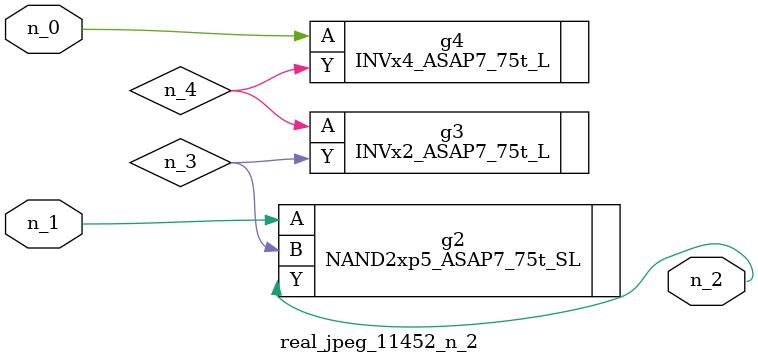
<source format=v>
module real_jpeg_11452_n_2 (n_1, n_0, n_2);

input n_1;
input n_0;

output n_2;

wire n_4;
wire n_3;

INVx4_ASAP7_75t_L g4 ( 
.A(n_0),
.Y(n_4)
);

NAND2xp5_ASAP7_75t_SL g2 ( 
.A(n_1),
.B(n_3),
.Y(n_2)
);

INVx2_ASAP7_75t_L g3 ( 
.A(n_4),
.Y(n_3)
);


endmodule
</source>
